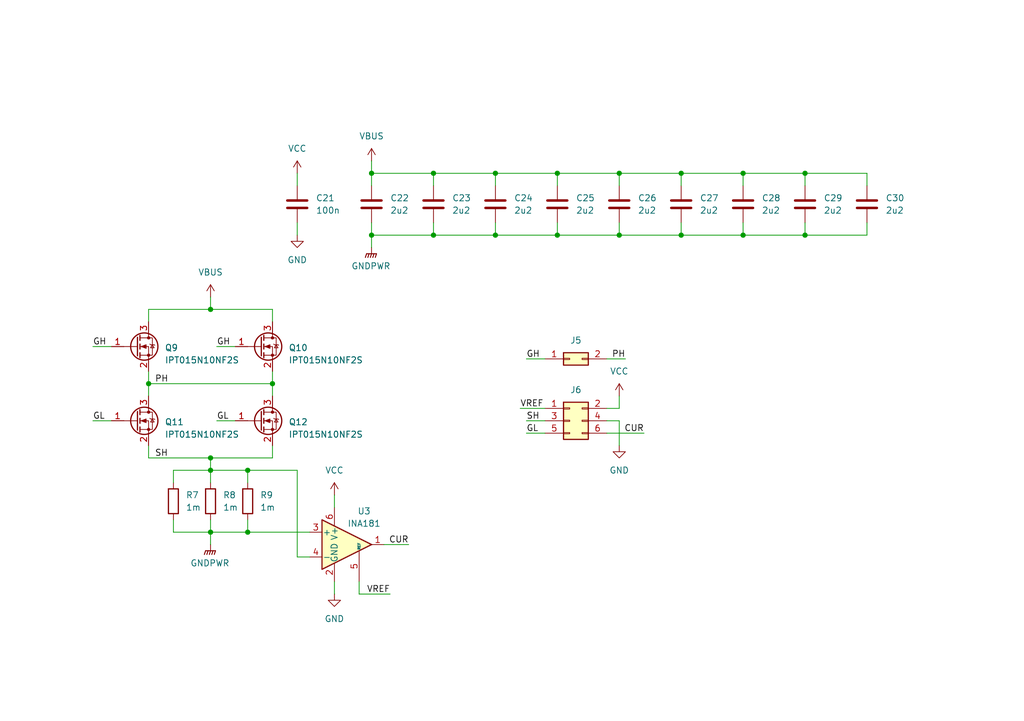
<source format=kicad_sch>
(kicad_sch (version 20250114) (generator "eeschema") (generator_version "9.0")
  (paper "A5")
  (lib_symbols
    (symbol "Amplifier_Current:INA181" (pin_names (offset 0.127))
      (property "Reference" "U" (at 3.81 3.81 0))
      (property "Value" "INA181" (at 3.81 -2.54 0))
      (symbol "INA181_0_1"
        (polyline (pts (xy 5.08 0) (xy -5.08 5.08) (xy -5.08 -5.08) (xy 5.08 0)) (stroke (width 0.254)) (fill (type background)))
      )
      (symbol "INA181_1_1"
        (pin input line (at -7.62 2.54 0) (length 2.54) (name "+") (number "3"))
        (pin input line (at -7.62 -2.54 0) (length 2.54) (name "-") (number "4"))
        (pin power_in line (at -2.54 7.62 270) (length 3.81) (name "V+") (number "6"))
        (pin power_in line (at -2.54 -7.62 90) (length 3.81) (name "GND") (number "2"))
        (pin input line (at 2.54 -7.62 90) (length 6.35) (name "REF") (number "5"))
        (pin output line (at 7.62 0 180) (length 2.54) (name "~") (number "1"))
      )
    )
    (symbol "Connector_Generic:Conn_02x01" (pin_names (offset 1.016) (hide yes))
      (property "Reference" "J" (at 1.27 2.54 0))
      (property "Value" "Conn_02x01" (at 1.27 -2.54 0))
      (symbol "Conn_02x01_1_1"
        (rectangle (start -1.27 1.27) (end 3.81 -1.27) (stroke (width 0.254)) (fill (type background)))
        (rectangle (start -1.27 0.127) (end 0 -0.127) (stroke (width 0.1524)))
        (rectangle (start 3.81 0.127) (end 2.54 -0.127) (stroke (width 0.1524)))
        (pin passive line (at -5.08 0 0) (length 3.81) (name "Pin_1") (number "1"))
        (pin passive line (at 7.62 0 180) (length 3.81) (name "Pin_2") (number "2"))
      )
    )
    (symbol "Connector_Generic:Conn_02x03_Odd_Even" (pin_names (offset 1.016) (hide yes))
      (property "Reference" "J" (at 1.27 5.08 0))
      (property "Value" "Conn_02x03_Odd_Even" (at 1.27 -5.08 0))
      (symbol "Conn_02x03_Odd_Even_1_1"
        (rectangle (start -1.27 3.81) (end 3.81 -3.81) (stroke (width 0.254)) (fill (type background)))
        (rectangle (start -1.27 2.667) (end 0 2.413) (stroke (width 0.1524)))
        (rectangle (start -1.27 0.127) (end 0 -0.127) (stroke (width 0.1524)))
        (rectangle (start -1.27 -2.413) (end 0 -2.667) (stroke (width 0.1524)))
        (rectangle (start 3.81 2.667) (end 2.54 2.413) (stroke (width 0.1524)))
        (rectangle (start 3.81 0.127) (end 2.54 -0.127) (stroke (width 0.1524)))
        (rectangle (start 3.81 -2.413) (end 2.54 -2.667) (stroke (width 0.1524)))
        (pin passive line (at -5.08 2.54 0) (length 3.81) (name "Pin_1") (number "1"))
        (pin passive line (at -5.08 0 0) (length 3.81) (name "Pin_3") (number "3"))
        (pin passive line (at -5.08 -2.54 0) (length 3.81) (name "Pin_5") (number "5"))
        (pin passive line (at 7.62 2.54 180) (length 3.81) (name "Pin_2") (number "2"))
        (pin passive line (at 7.62 0 180) (length 3.81) (name "Pin_4") (number "4"))
        (pin passive line (at 7.62 -2.54 180) (length 3.81) (name "Pin_6") (number "6"))
      )
    )
    (symbol "Device:C" (pin_numbers (hide yes)) (pin_names (offset 0.254))
      (property "Reference" "C" (at 0.635 2.54 0))
      (property "Value" "C" (at 0.635 -2.54 0))
      (symbol "C_0_1"
        (polyline (pts (xy -2.032 0.762) (xy 2.032 0.762)) (stroke (width 0.508)))
        (polyline (pts (xy -2.032 -0.762) (xy 2.032 -0.762)) (stroke (width 0.508)))
      )
      (symbol "C_1_1"
        (pin passive line (at 0 3.81 270) (length 2.794) (name "~") (number "1"))
        (pin passive line (at 0 -3.81 90) (length 2.794) (name "~") (number "2"))
      )
    )
    (symbol "Device:R" (pin_numbers (hide yes)) (pin_names (offset 0))
      (property "Reference" "R" (at 2.032 0 90))
      (property "Value" "R" (at 0 0 90))
      (symbol "R_0_1"
        (rectangle (start -1.016 -2.54) (end 1.016 2.54) (stroke (width 0.254)))
      )
      (symbol "R_1_1"
        (pin passive line (at 0 3.81 270) (length 1.27) (name "~") (number "1"))
        (pin passive line (at 0 -3.81 90) (length 1.27) (name "~") (number "2"))
      )
    )
    (symbol "Transistor_FET:IPT015N10N5" (pin_names (hide yes))
      (property "Reference" "Q" (at 5.08 1.905 0))
      (property "Value" "IPT015N10N5" (at 5.08 0 0))
      (symbol "IPT015N10N5_0_1"
        (polyline (pts (xy 0.254 1.905) (xy 0.254 -1.905)) (stroke (width 0.254)))
        (polyline (pts (xy 0.254 0) (xy -2.54 0)))
        (polyline (pts (xy 0.762 2.286) (xy 0.762 1.27)) (stroke (width 0.254)))
        (polyline (pts (xy 0.762 0.508) (xy 0.762 -0.508)) (stroke (width 0.254)))
        (polyline (pts (xy 0.762 -1.27) (xy 0.762 -2.286)) (stroke (width 0.254)))
        (polyline (pts (xy 0.762 -1.778) (xy 3.302 -1.778) (xy 3.302 1.778) (xy 0.762 1.778)))
        (polyline (pts (xy 1.016 0) (xy 2.032 0.381) (xy 2.032 -0.381) (xy 1.016 0)) (fill (type outline)))
        (circle (center 1.651 0) (radius 2.794) (stroke (width 0.254)))
        (polyline (pts (xy 2.54 2.54) (xy 2.54 1.778)))
        (circle (center 2.54 1.778) (radius 0.254) (fill (type outline)))
        (circle (center 2.54 -1.778) (radius 0.254) (fill (type outline)))
        (polyline (pts (xy 2.54 -2.54) (xy 2.54 0) (xy 0.762 0)))
        (polyline (pts (xy 2.794 0.508) (xy 2.921 0.381) (xy 3.683 0.381) (xy 3.81 0.254)))
        (polyline (pts (xy 3.302 0.381) (xy 2.921 -0.254) (xy 3.683 -0.254) (xy 3.302 0.381)))
      )
      (symbol "IPT015N10N5_1_1"
        (pin input line (at -5.08 0 0) (length 2.54) (name "G") (number "1"))
        (pin passive line (at 2.54 5.08 270) (length 2.54) (name "D") (number "3"))
        (pin passive line (at 2.54 -5.08 90) (length 2.54) (name "S") (number "2"))
      )
    )
    (symbol "power:GND" (power) (pin_numbers (hide yes)) (pin_names (offset 0) (hide yes))
      (property "Value" "GND" (at 0 -3.81 0))
      (symbol "GND_0_1"
        (polyline (pts (xy 0 0) (xy 0 -1.27) (xy 1.27 -1.27) (xy 0 -2.54) (xy -1.27 -1.27) (xy 0 -1.27)))
      )
      (symbol "GND_1_1"
        (pin power_in line (at 0 0 270) (length 0) (name "~") (number "1"))
      )
    )
    (symbol "power:GNDPWR" (power) (pin_numbers (hide yes)) (pin_names (offset 0) (hide yes))
      (property "Value" "GNDPWR" (at 0 -3.302 0))
      (symbol "GNDPWR_0_1"
        (polyline (pts (xy -1.016 -1.27) (xy -1.27 -2.032) (xy -1.27 -2.032)) (stroke (width 0.2032)))
        (polyline (pts (xy -0.508 -1.27) (xy -0.762 -2.032) (xy -0.762 -2.032)) (stroke (width 0.2032)))
        (polyline (pts (xy 0 -1.27) (xy 0 0)))
        (polyline (pts (xy 0 -1.27) (xy -0.254 -2.032) (xy -0.254 -2.032)) (stroke (width 0.2032)))
        (polyline (pts (xy 0.508 -1.27) (xy 0.254 -2.032) (xy 0.254 -2.032)) (stroke (width 0.2032)))
        (polyline (pts (xy 1.016 -1.27) (xy -1.016 -1.27) (xy -1.016 -1.27)) (stroke (width 0.2032)))
        (polyline (pts (xy 1.016 -1.27) (xy 0.762 -2.032) (xy 0.762 -2.032) (xy 0.762 -2.032)) (stroke (width 0.2032)))
      )
      (symbol "GNDPWR_1_1"
        (pin power_in line (at 0 0 270) (length 0) (name "~") (number "1"))
      )
    )
    (symbol "power:VBUS" (power) (pin_numbers (hide yes)) (pin_names (offset 0) (hide yes))
      (property "Value" "VBUS" (at 0 3.556 0))
      (symbol "VBUS_0_1"
        (polyline (pts (xy -0.762 1.27) (xy 0 2.54)))
        (polyline (pts (xy 0 2.54) (xy 0.762 1.27)))
        (polyline (pts (xy 0 0) (xy 0 2.54)))
      )
      (symbol "VBUS_1_1"
        (pin power_in line (at 0 0 90) (length 0) (name "~") (number "1"))
      )
    )
    (symbol "power:VCC" (power) (pin_numbers (hide yes)) (pin_names (offset 0) (hide yes))
      (property "Value" "VCC" (at 0 3.556 0))
      (symbol "VCC_0_1"
        (polyline (pts (xy -0.762 1.27) (xy 0 2.54)))
        (polyline (pts (xy 0 2.54) (xy 0.762 1.27)))
        (polyline (pts (xy 0 0) (xy 0 2.54)))
      )
      (symbol "VCC_1_1"
        (pin power_in line (at 0 0 90) (length 0) (name "~") (number "1"))
      )
    )
  )
  (junction (at 43.18 109.22))
  (junction (at 165.1 35.56))
  (junction (at 139.7 35.56))
  (junction (at 88.9 48.26))
  (junction (at 50.8 96.52))
  (junction (at 114.3 48.26))
  (junction (at 101.6 48.26))
  (junction (at 165.1 48.26))
  (junction (at 55.88 78.74))
  (junction (at 76.2 48.26))
  (junction (at 88.9 35.56))
  (junction (at 152.4 35.56))
  (junction (at 43.18 93.98))
  (junction (at 43.18 63.5))
  (junction (at 139.7 48.26))
  (junction (at 114.3 35.56))
  (junction (at 43.18 96.52))
  (junction (at 152.4 48.26))
  (junction (at 127 48.26))
  (junction (at 101.6 35.56))
  (junction (at 76.2 35.56))
  (junction (at 50.8 109.22))
  (junction (at 30.48 78.74))
  (junction (at 127 35.56))
  (wire (pts (xy 165.1 48.26) (xy 177.8 48.26)))
  (wire (pts (xy 114.3 48.26) (xy 114.3 45.72)))
  (wire (pts (xy 114.3 48.26) (xy 127 48.26)))
  (wire (pts (xy 127 86.36) (xy 124.46 86.36)))
  (wire (pts (xy 68.58 101.6) (xy 68.58 104.14)))
  (wire (pts (xy 127 83.82) (xy 127 81.28)))
  (wire (pts (xy 124.46 88.9) (xy 132.08 88.9)))
  (wire (pts (xy 60.96 35.56) (xy 60.96 38.1)))
  (wire (pts (xy 55.88 91.44) (xy 55.88 93.98)))
  (wire (pts (xy 55.88 78.74) (xy 55.88 76.2)))
  (wire (pts (xy 152.4 35.56) (xy 152.4 38.1)))
  (wire (pts (xy 124.46 83.82) (xy 127 83.82)))
  (wire (pts (xy 76.2 48.26) (xy 88.9 48.26)))
  (wire (pts (xy 101.6 35.56) (xy 114.3 35.56)))
  (wire (pts (xy 55.88 78.74) (xy 55.88 81.28)))
  (wire (pts (xy 139.7 48.26) (xy 152.4 48.26)))
  (wire (pts (xy 68.58 119.38) (xy 68.58 121.92)))
  (wire (pts (xy 76.2 33.02) (xy 76.2 35.56)))
  (wire (pts (xy 30.48 93.98) (xy 43.18 93.98)))
  (wire (pts (xy 127 91.44) (xy 127 86.36)))
  (wire (pts (xy 127 35.56) (xy 127 38.1)))
  (wire (pts (xy 101.6 35.56) (xy 101.6 38.1)))
  (wire (pts (xy 50.8 106.68) (xy 50.8 109.22)))
  (wire (pts (xy 60.96 96.52) (xy 60.96 114.3)))
  (wire (pts (xy 60.96 45.72) (xy 60.96 48.26)))
  (wire (pts (xy 44.45 71.12) (xy 48.26 71.12)))
  (wire (pts (xy 165.1 35.56) (xy 177.8 35.56)))
  (wire (pts (xy 76.2 35.56) (xy 76.2 38.1)))
  (wire (pts (xy 43.18 93.98) (xy 55.88 93.98)))
  (wire (pts (xy 43.18 63.5) (xy 30.48 63.5)))
  (wire (pts (xy 107.95 86.36) (xy 111.76 86.36)))
  (wire (pts (xy 88.9 35.56) (xy 88.9 38.1)))
  (wire (pts (xy 30.48 78.74) (xy 30.48 81.28)))
  (wire (pts (xy 35.56 96.52) (xy 43.18 96.52)))
  (wire (pts (xy 43.18 109.22) (xy 50.8 109.22)))
  (wire (pts (xy 30.48 76.2) (xy 30.48 78.74)))
  (wire (pts (xy 177.8 48.26) (xy 177.8 45.72)))
  (wire (pts (xy 76.2 45.72) (xy 76.2 48.26)))
  (wire (pts (xy 139.7 35.56) (xy 139.7 38.1)))
  (wire (pts (xy 78.74 111.76) (xy 83.82 111.76)))
  (wire (pts (xy 114.3 35.56) (xy 114.3 38.1)))
  (wire (pts (xy 50.8 96.52) (xy 50.8 99.06)))
  (wire (pts (xy 177.8 35.56) (xy 177.8 38.1)))
  (wire (pts (xy 152.4 48.26) (xy 165.1 48.26)))
  (wire (pts (xy 152.4 48.26) (xy 152.4 45.72)))
  (wire (pts (xy 50.8 96.52) (xy 60.96 96.52)))
  (wire (pts (xy 76.2 35.56) (xy 88.9 35.56)))
  (wire (pts (xy 127 48.26) (xy 139.7 48.26)))
  (wire (pts (xy 35.56 99.06) (xy 35.56 96.52)))
  (wire (pts (xy 73.66 121.92) (xy 80.01 121.92)))
  (wire (pts (xy 107.95 73.66) (xy 111.76 73.66)))
  (wire (pts (xy 30.48 78.74) (xy 55.88 78.74)))
  (wire (pts (xy 107.95 88.9) (xy 111.76 88.9)))
  (wire (pts (xy 76.2 48.26) (xy 76.2 50.8)))
  (wire (pts (xy 106.68 83.82) (xy 111.76 83.82)))
  (wire (pts (xy 30.48 63.5) (xy 30.48 66.04)))
  (wire (pts (xy 127 48.26) (xy 127 45.72)))
  (wire (pts (xy 152.4 35.56) (xy 165.1 35.56)))
  (wire (pts (xy 124.46 73.66) (xy 128.27 73.66)))
  (wire (pts (xy 43.18 93.98) (xy 43.18 96.52)))
  (wire (pts (xy 43.18 96.52) (xy 50.8 96.52)))
  (wire (pts (xy 35.56 109.22) (xy 43.18 109.22)))
  (wire (pts (xy 50.8 109.22) (xy 63.5 109.22)))
  (wire (pts (xy 30.48 91.44) (xy 30.48 93.98)))
  (wire (pts (xy 43.18 96.52) (xy 43.18 99.06)))
  (wire (pts (xy 101.6 45.72) (xy 101.6 48.26)))
  (wire (pts (xy 43.18 109.22) (xy 43.18 111.76)))
  (wire (pts (xy 165.1 48.26) (xy 165.1 45.72)))
  (wire (pts (xy 44.45 86.36) (xy 48.26 86.36)))
  (wire (pts (xy 101.6 48.26) (xy 88.9 48.26)))
  (wire (pts (xy 139.7 35.56) (xy 152.4 35.56)))
  (wire (pts (xy 55.88 66.04) (xy 55.88 63.5)))
  (wire (pts (xy 19.05 86.36) (xy 22.86 86.36)))
  (wire (pts (xy 19.05 71.12) (xy 22.86 71.12)))
  (wire (pts (xy 55.88 63.5) (xy 43.18 63.5)))
  (wire (pts (xy 35.56 106.68) (xy 35.56 109.22)))
  (wire (pts (xy 43.18 109.22) (xy 43.18 106.68)))
  (wire (pts (xy 43.18 60.96) (xy 43.18 63.5)))
  (wire (pts (xy 139.7 45.72) (xy 139.7 48.26)))
  (wire (pts (xy 101.6 48.26) (xy 114.3 48.26)))
  (wire (pts (xy 60.96 114.3) (xy 63.5 114.3)))
  (wire (pts (xy 88.9 48.26) (xy 88.9 45.72)))
  (wire (pts (xy 127 35.56) (xy 139.7 35.56)))
  (wire (pts (xy 114.3 35.56) (xy 127 35.56)))
  (wire (pts (xy 73.66 121.92) (xy 73.66 119.38)))
  (wire (pts (xy 165.1 35.56) (xy 165.1 38.1)))
  (wire (pts (xy 88.9 35.56) (xy 101.6 35.56)))
  (label "SH" (at 31.75 93.98 0))
  (label "VREF" (at 80.01 121.92 180))
  (label "GH" (at 107.95 73.66 0))
  (label "CUR" (at 132.08 88.9 180))
  (label "GH" (at 19.05 71.12 0))
  (label "GL" (at 107.95 88.9 0))
  (label "PH" (at 128.27 73.66 180))
  (label "PH" (at 31.75 78.74 0))
  (label "GH" (at 44.45 71.12 0))
  (label "SH" (at 107.95 86.36 0))
  (label "VREF" (at 106.68 83.82 0))
  (label "GL" (at 44.45 86.36 0))
  (label "GL" (at 19.05 86.36 0))
  (label "CUR" (at 83.82 111.76 180))
  (symbol (lib_id "Device:C") (at 114.3 41.91 0) (unit 1)
    (property "Reference" "C5" (at 118.11 40.6399 0) (effects (justify left)))
    (property "Value" "2u2" (at 118.11 43.1799 0) (effects (justify left)))
    (property "Footprint" "Capacitor_SMD:C_1206_3216Metric" (effects (hide yes)))
    (property "Description" "Unpolarized capacitor" (effects (hide yes)))
    (property "LCSC" "C920964" (effects (hide yes)))
    (instances (project "power" (path "" (reference "C25") (unit 1)) (path "" (reference "C5") (unit 1)) (path "" (reference "C15") (unit 1))))
  )
  (symbol (lib_id "Device:R") (at 50.8 102.87 0) (unit 1)
    (property "Reference" "R3" (at 53.34 101.5999 0) (effects (justify left)))
    (property "Value" "1m" (at 53.34 104.1399 0) (effects (justify left)))
    (property "Footprint" "Resistor_SMD:R_2512_6332Metric" (effects (hide yes)))
    (property "Description" "Resistor" (effects (hide yes)))
    (property "LCSC" "C5123666" (effects (hide yes)))
    (instances (project "power" (path "" (reference "R9") (unit 1)) (path "" (reference "R3") (unit 1)) (path "" (reference "R6") (unit 1))))
  )
  (symbol (lib_id "power:GNDPWR") (at 76.2 50.8 0) (unit 1)
    (property "Reference" "#PWR04" (effects (hide yes)))
    (property "Value" "GNDPWR" (at 76.073 54.61 0))
    (property "Description" "Power symbol creates a global label with name \"GNDPWR\" , global ground" (effects (hide yes)))
    (instances (project "power" (path "" (reference "#PWR024") (unit 1)) (path "" (reference "#PWR04") (unit 1)) (path "" (reference "#PWR014") (unit 1))))
  )
  (symbol (lib_id "power:GND") (at 60.96 48.26 0) (unit 1)
    (property "Reference" "#PWR03" (effects (hide yes)))
    (property "Value" "GND" (at 60.96 53.34 0))
    (property "Description" "Power symbol creates a global label with name \"GND\" , ground" (effects (hide yes)))
    (instances (project "power" (path "" (reference "#PWR023") (unit 1)) (path "" (reference "#PWR03") (unit 1)) (path "" (reference "#PWR013") (unit 1))))
  )
  (symbol (lib_id "Device:C") (at 60.96 41.91 0) (unit 1)
    (property "Reference" "C1" (at 64.77 40.6399 0) (effects (justify left)))
    (property "Value" "100n" (at 64.77 43.1799 0) (effects (justify left)))
    (property "Footprint" "Capacitor_SMD:C_0402_1005Metric" (effects (hide yes)))
    (property "Description" "Unpolarized capacitor" (effects (hide yes)))
    (property "LCSC" "C1525" (effects (hide yes)))
    (instances (project "" (path "" (reference "C21") (unit 1)) (path "" (reference "C1") (unit 1)) (path "" (reference "C11") (unit 1))))
  )
  (symbol (lib_id "power:VBUS") (at 76.2 33.02 0) (unit 1)
    (property "Reference" "#PWR01" (effects (hide yes)))
    (property "Value" "VBUS" (at 76.2 27.94 0))
    (property "Description" "Power symbol creates a global label with name \"VBUS\"" (effects (hide yes)))
    (instances (project "power" (path "" (reference "#PWR021") (unit 1)) (path "" (reference "#PWR01") (unit 1)) (path "" (reference "#PWR011") (unit 1))))
  )
  (symbol (lib_id "power:GND") (at 127 91.44 0) (unit 1)
    (property "Reference" "#PWR07" (effects (hide yes)))
    (property "Value" "GND" (at 127 96.52 0))
    (property "Description" "Power symbol creates a global label with name \"GND\" , ground" (effects (hide yes)))
    (instances (project "power" (path "" (reference "#PWR027") (unit 1)) (path "" (reference "#PWR07") (unit 1)) (path "" (reference "#PWR017") (unit 1))))
  )
  (symbol (lib_id "Device:C") (at 165.1 41.91 0) (unit 1)
    (property "Reference" "C9" (at 168.91 40.6399 0) (effects (justify left)))
    (property "Value" "2u2" (at 168.91 43.1799 0) (effects (justify left)))
    (property "Footprint" "Capacitor_SMD:C_1206_3216Metric" (effects (hide yes)))
    (property "Description" "Unpolarized capacitor" (effects (hide yes)))
    (property "LCSC" "C920964" (effects (hide yes)))
    (instances (project "power" (path "" (reference "C29") (unit 1)) (path "" (reference "C9") (unit 1)) (path "" (reference "C19") (unit 1))))
  )
  (symbol (lib_id "Transistor_FET:IPT015N10N5") (at 53.34 71.12 0) (unit 1)
    (property "Reference" "Q2" (at 59.182 71.374 0) (effects (justify left)))
    (property "Value" "IPT015N10NF2S" (at 59.182 73.914 0) (effects (justify left)))
    (property "Footprint" "Package_TO_SOT_SMD:Infineon_PG-HSOF-8-1" (effects (hide yes)))
    (property "Datasheet" "https://jlcpcb.com/api/file/downloadByFileSystemAccessId/8602927687791370240" (effects (hide yes)))
    (property "Description" "300A Id, 100V Vds, OptiMOS N-Channel Power MOSFET, 1.5mOhm Ron, Qg (typ) 169.0nC, PG-HSOF-8" (effects (hide yes)))
    (property "LCSC" "C19632811" (effects (hide yes)))
    (instances (project "power" (path "" (reference "Q10") (unit 1)) (path "" (reference "Q2") (unit 1)) (path "" (reference "Q6") (unit 1))))
  )
  (symbol (lib_id "power:VCC") (at 68.58 101.6 0) (unit 1)
    (property "Reference" "#PWR08" (effects (hide yes)))
    (property "Value" "VCC" (at 68.58 96.52 0))
    (property "Description" "Power symbol creates a global label with name \"VCC\"" (effects (hide yes)))
    (instances (project "" (path "" (reference "#PWR028") (unit 1)) (path "" (reference "#PWR08") (unit 1)) (path "" (reference "#PWR018") (unit 1))))
  )
  (symbol (lib_id "Transistor_FET:IPT015N10N5") (at 27.94 86.36 0) (unit 1)
    (property "Reference" "Q3" (at 33.782 86.614 0) (effects (justify left)))
    (property "Value" "IPT015N10NF2S" (at 33.782 89.154 0) (effects (justify left)))
    (property "Footprint" "Package_TO_SOT_SMD:Infineon_PG-HSOF-8-1" (effects (hide yes)))
    (property "Datasheet" "https://jlcpcb.com/api/file/downloadByFileSystemAccessId/8602927687791370240" (effects (hide yes)))
    (property "Description" "300A Id, 100V Vds, OptiMOS N-Channel Power MOSFET, 1.5mOhm Ron, Qg (typ) 169.0nC, PG-HSOF-8" (effects (hide yes)))
    (property "LCSC" "C19632811" (effects (hide yes)))
    (instances (project "power" (path "" (reference "Q11") (unit 1)) (path "" (reference "Q3") (unit 1)) (path "" (reference "Q7") (unit 1))))
  )
  (symbol (lib_id "Device:C") (at 101.6 41.91 0) (unit 1)
    (property "Reference" "C4" (at 105.41 40.6399 0) (effects (justify left)))
    (property "Value" "2u2" (at 105.41 43.1799 0) (effects (justify left)))
    (property "Footprint" "Capacitor_SMD:C_1206_3216Metric" (effects (hide yes)))
    (property "Description" "Unpolarized capacitor" (effects (hide yes)))
    (property "LCSC" "C920964" (effects (hide yes)))
    (instances (project "power" (path "" (reference "C24") (unit 1)) (path "" (reference "C4") (unit 1)) (path "" (reference "C14") (unit 1))))
  )
  (symbol (lib_id "Device:C") (at 152.4 41.91 0) (unit 1)
    (property "Reference" "C8" (at 156.21 40.6399 0) (effects (justify left)))
    (property "Value" "2u2" (at 156.21 43.1799 0) (effects (justify left)))
    (property "Footprint" "Capacitor_SMD:C_1206_3216Metric" (effects (hide yes)))
    (property "Description" "Unpolarized capacitor" (effects (hide yes)))
    (property "LCSC" "C920964" (effects (hide yes)))
    (instances (project "power" (path "" (reference "C28") (unit 1)) (path "" (reference "C8") (unit 1)) (path "" (reference "C18") (unit 1))))
  )
  (symbol (lib_id "Device:R") (at 43.18 102.87 0) (unit 1)
    (property "Reference" "R2" (at 45.72 101.5999 0) (effects (justify left)))
    (property "Value" "1m" (at 45.72 104.1399 0) (effects (justify left)))
    (property "Footprint" "Resistor_SMD:R_2512_6332Metric" (effects (hide yes)))
    (property "Description" "Resistor" (effects (hide yes)))
    (property "LCSC" "C5123666" (effects (hide yes)))
    (instances (project "power" (path "" (reference "R8") (unit 1)) (path "" (reference "R2") (unit 1)) (path "" (reference "R5") (unit 1))))
  )
  (symbol (lib_id "Device:C") (at 127 41.91 0) (unit 1)
    (property "Reference" "C6" (at 130.81 40.6399 0) (effects (justify left)))
    (property "Value" "2u2" (at 130.81 43.1799 0) (effects (justify left)))
    (property "Footprint" "Capacitor_SMD:C_1206_3216Metric" (effects (hide yes)))
    (property "Description" "Unpolarized capacitor" (effects (hide yes)))
    (property "LCSC" "C920964" (effects (hide yes)))
    (instances (project "power" (path "" (reference "C26") (unit 1)) (path "" (reference "C6") (unit 1)) (path "" (reference "C16") (unit 1))))
  )
  (symbol (lib_id "Device:C") (at 139.7 41.91 0) (unit 1)
    (property "Reference" "C7" (at 143.51 40.6399 0) (effects (justify left)))
    (property "Value" "2u2" (at 143.51 43.1799 0) (effects (justify left)))
    (property "Footprint" "Capacitor_SMD:C_1206_3216Metric" (effects (hide yes)))
    (property "Description" "Unpolarized capacitor" (effects (hide yes)))
    (property "LCSC" "C920964" (effects (hide yes)))
    (instances (project "power" (path "" (reference "C27") (unit 1)) (path "" (reference "C7") (unit 1)) (path "" (reference "C17") (unit 1))))
  )
  (symbol (lib_id "Amplifier_Current:INA181") (at 71.12 111.76 0) (unit 1)
    (property "Reference" "U1" (at 74.676 104.902 0))
    (property "Value" "INA181" (at 74.676 107.442 0))
    (property "Footprint" "Package_TO_SOT_SMD:SOT-23-6" (effects (hide yes)))
    (property "Datasheet" "http://www.ti.com/lit/ds/symlink/ina181.pdf" (effects (hide yes)))
    (property "Description" "Bidirectional, Low- and High-Side Voltage Output, Current-Sense Amplifier, SOT-23-6" (effects (hide yes)))
    (property "LCSC" "C52097916" (effects (hide yes)))
    (instances (project "" (path "" (reference "U3") (unit 1)) (path "" (reference "U1") (unit 1)) (path "" (reference "U2") (unit 1))))
  )
  (symbol (lib_id "power:GNDPWR") (at 43.18 111.76 0) (unit 1)
    (property "Reference" "#PWR09" (effects (hide yes)))
    (property "Value" "GNDPWR" (at 43.053 115.57 0))
    (property "Description" "Power symbol creates a global label with name \"GNDPWR\" , global ground" (effects (hide yes)))
    (instances (project "" (path "" (reference "#PWR029") (unit 1)) (path "" (reference "#PWR09") (unit 1)) (path "" (reference "#PWR019") (unit 1))))
  )
  (symbol (lib_id "Connector_Generic:Conn_02x03_Odd_Even") (at 116.84 86.36 0) (unit 1)
    (property "Reference" "J2" (at 118.11 80.01 0))
    (property "Value" "Conn_02x03_Odd_Even" (effects (hide yes)))
    (property "Footprint" "Connector_PinHeader_1.27mm:PinHeader_2x03_P1.27mm_Vertical_SMD" (effects (hide yes)))
    (property "Description" "Generic connector, double row, 02x03, odd/even pin numbering scheme (row 1 odd numbers, row 2 even numbers), script generated (kicad-library-utils/schlib/autogen/connector/)" (effects (hide yes)))
    (property "LCSC" "C27985144" (effects (hide yes)))
    (instances (project "" (path "" (reference "J6") (unit 1)) (path "" (reference "J2") (unit 1)) (path "" (reference "J4") (unit 1))))
  )
  (symbol (lib_id "power:VBUS") (at 43.18 60.96 0) (unit 1)
    (property "Reference" "#PWR05" (effects (hide yes)))
    (property "Value" "VBUS" (at 43.18 55.88 0))
    (property "Description" "Power symbol creates a global label with name \"VBUS\"" (effects (hide yes)))
    (instances (project "" (path "" (reference "#PWR025") (unit 1)) (path "" (reference "#PWR05") (unit 1)) (path "" (reference "#PWR015") (unit 1))))
  )
  (symbol (lib_id "Connector_Generic:Conn_02x01") (at 116.84 73.66 0) (unit 1)
    (property "Reference" "J1" (at 118.11 69.85 0))
    (property "Value" "Conn_02x01" (effects (hide yes)))
    (property "Footprint" "Connector_PinHeader_1.27mm:PinHeader_2x01_P1.27mm_Vertical_SMD" (effects (hide yes)))
    (property "Description" "Generic connector, double row, 02x01, this symbol is compatible with counter-clockwise, top-bottom and odd-even numbering schemes., script generated (kicad-library-utils/schlib/autogen/connector/)" (effects (hide yes)))
    (property "LCSC" "C2881949" (effects (hide yes)))
    (instances (project "" (path "" (reference "J5") (unit 1)) (path "" (reference "J1") (unit 1)) (path "" (reference "J3") (unit 1))))
  )
  (symbol (lib_id "Device:C") (at 177.8 41.91 0) (unit 1)
    (property "Reference" "C10" (at 181.61 40.6399 0) (effects (justify left)))
    (property "Value" "2u2" (at 181.61 43.1799 0) (effects (justify left)))
    (property "Footprint" "Capacitor_SMD:C_1206_3216Metric" (effects (hide yes)))
    (property "Description" "Unpolarized capacitor" (effects (hide yes)))
    (property "LCSC" "C920964" (effects (hide yes)))
    (instances (project "power" (path "" (reference "C30") (unit 1)) (path "" (reference "C10") (unit 1)) (path "" (reference "C20") (unit 1))))
  )
  (symbol (lib_id "power:VCC") (at 60.96 35.56 0) (unit 1)
    (property "Reference" "#PWR02" (effects (hide yes)))
    (property "Value" "VCC" (at 60.96 30.48 0))
    (property "Description" "Power symbol creates a global label with name \"VCC\"" (effects (hide yes)))
    (instances (project "power" (path "" (reference "#PWR022") (unit 1)) (path "" (reference "#PWR02") (unit 1)) (path "" (reference "#PWR012") (unit 1))))
  )
  (symbol (lib_id "Device:C") (at 76.2 41.91 0) (unit 1)
    (property "Reference" "C2" (at 80.01 40.6399 0) (effects (justify left)))
    (property "Value" "2u2" (at 80.01 43.1799 0) (effects (justify left)))
    (property "Footprint" "Capacitor_SMD:C_1206_3216Metric" (effects (hide yes)))
    (property "Description" "Unpolarized capacitor" (effects (hide yes)))
    (property "LCSC" "C920964" (effects (hide yes)))
    (instances (project "power" (path "" (reference "C22") (unit 1)) (path "" (reference "C2") (unit 1)) (path "" (reference "C12") (unit 1))))
  )
  (symbol (lib_id "Device:C") (at 88.9 41.91 0) (unit 1)
    (property "Reference" "C3" (at 92.71 40.6399 0) (effects (justify left)))
    (property "Value" "2u2" (at 92.71 43.1799 0) (effects (justify left)))
    (property "Footprint" "Capacitor_SMD:C_1206_3216Metric" (effects (hide yes)))
    (property "Description" "Unpolarized capacitor" (effects (hide yes)))
    (property "LCSC" "C920964" (effects (hide yes)))
    (instances (project "power" (path "" (reference "C23") (unit 1)) (path "" (reference "C3") (unit 1)) (path "" (reference "C13") (unit 1))))
  )
  (symbol (lib_id "power:VCC") (at 127 81.28 0) (unit 1)
    (property "Reference" "#PWR06" (effects (hide yes)))
    (property "Value" "VCC" (at 127 76.2 0))
    (property "Description" "Power symbol creates a global label with name \"VCC\"" (effects (hide yes)))
    (instances (project "power" (path "" (reference "#PWR026") (unit 1)) (path "" (reference "#PWR06") (unit 1)) (path "" (reference "#PWR016") (unit 1))))
  )
  (symbol (lib_id "Transistor_FET:IPT015N10N5") (at 53.34 86.36 0) (unit 1)
    (property "Reference" "Q4" (at 59.182 86.614 0) (effects (justify left)))
    (property "Value" "IPT015N10NF2S" (at 59.182 89.154 0) (effects (justify left)))
    (property "Footprint" "Package_TO_SOT_SMD:Infineon_PG-HSOF-8-1" (effects (hide yes)))
    (property "Datasheet" "https://jlcpcb.com/api/file/downloadByFileSystemAccessId/8602927687791370240" (effects (hide yes)))
    (property "Description" "300A Id, 100V Vds, OptiMOS N-Channel Power MOSFET, 1.5mOhm Ron, Qg (typ) 169.0nC, PG-HSOF-8" (effects (hide yes)))
    (property "LCSC" "C19632811" (effects (hide yes)))
    (instances (project "power" (path "" (reference "Q12") (unit 1)) (path "" (reference "Q4") (unit 1)) (path "" (reference "Q8") (unit 1))))
  )
  (symbol (lib_id "power:GND") (at 68.58 121.92 0) (unit 1)
    (property "Reference" "#PWR010" (effects (hide yes)))
    (property "Value" "GND" (at 68.58 127 0))
    (property "Description" "Power symbol creates a global label with name \"GND\" , ground" (effects (hide yes)))
    (instances (project "" (path "" (reference "#PWR030") (unit 1)) (path "" (reference "#PWR010") (unit 1)) (path "" (reference "#PWR020") (unit 1))))
  )
  (symbol (lib_id "Transistor_FET:IPT015N10N5") (at 27.94 71.12 0) (unit 1)
    (property "Reference" "Q1" (at 33.782 71.374 0) (effects (justify left)))
    (property "Value" "IPT015N10NF2S" (at 33.782 73.914 0) (effects (justify left)))
    (property "Footprint" "Package_TO_SOT_SMD:Infineon_PG-HSOF-8-1" (effects (hide yes)))
    (property "Datasheet" "https://jlcpcb.com/api/file/downloadByFileSystemAccessId/8602927687791370240" (effects (hide yes)))
    (property "Description" "300A Id, 100V Vds, OptiMOS N-Channel Power MOSFET, 1.5mOhm Ron, Qg (typ) 169.0nC, PG-HSOF-8" (effects (hide yes)))
    (property "LCSC" "C19632811" (effects (hide yes)))
    (instances (project "power" (path "" (reference "Q9") (unit 1)) (path "" (reference "Q1") (unit 1)) (path "" (reference "Q5") (unit 1))))
  )
  (symbol (lib_id "Device:R") (at 35.56 102.87 0) (unit 1)
    (property "Reference" "R1" (at 38.1 101.5999 0) (effects (justify left)))
    (property "Value" "1m" (at 38.1 104.1399 0) (effects (justify left)))
    (property "Footprint" "Resistor_SMD:R_2512_6332Metric" (effects (hide yes)))
    (property "Description" "Resistor" (effects (hide yes)))
    (property "LCSC" "C5123666" (effects (hide yes)))
    (instances (project "power" (path "" (reference "R7") (unit 1)) (path "" (reference "R1") (unit 1)) (path "" (reference "R4") (unit 1))))
  )
)
</source>
